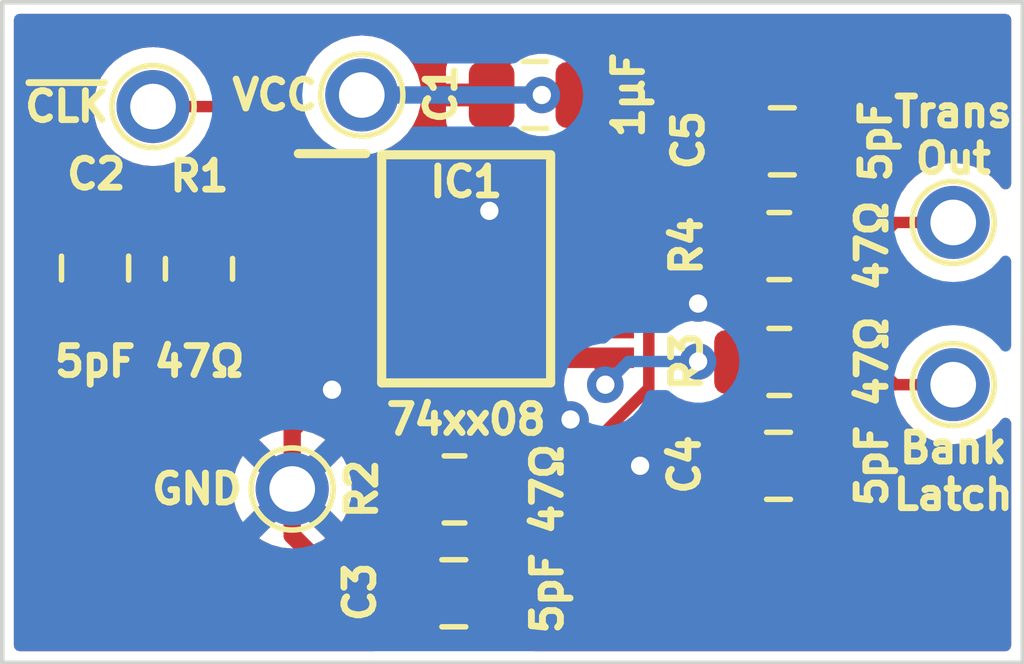
<source format=kicad_pcb>
(kicad_pcb (version 20221018) (generator pcbnew)
  (layers (0 "F.Cu" signal) (31 "B.Cu" signal) (36 "B.SilkS" user "B.Silkscreen") (37 "F.SilkS" user "F.Silkscreen") (38 "B.Mask" user) (39 "F.Mask" user) (44 "Edge.Cuts" user))
  (net 0 "")
  (net 1 "/~{PHI2}_{2}")
  (net 2 "/Bank Latch")
  (net 3 "/~{PHI2}_{3}")
  (net 4 "/~{PHI2}")
  (net 5 "/GND")
  (net 6 "/~{Trans Out}")
  (net 7 "Net-(IC1-1Y)")
  (net 8 "Net-(IC1-2Y)")
  (net 9 "Net-(IC1-3Y)")
  (net 10 "Net-(IC1-4Y)")
  (net 11 "/5V")
  (footprint "SamacSys_Parts:C_0805" (layer "F.Cu") (at 132.08 60.198 90)
    (fp_text reference "C3" (at 0.027 -2.075 270) (layer "F.SilkS") (effects (font (size 0.635 0.635))))
    (fp_text value "5pF" (at 0 2.032 90) (layer "F.SilkS") (effects (font (size 0.635 0.635))))
    (fp_line (start -0.735 0.245252) (end -0.735 -0.277252) (stroke (width 0.12)) (layer "F.SilkS"))
    (fp_line (start 0.735 0.245252) (end 0.735 -0.277252) (stroke (width 0.12)) (layer "F.SilkS"))
    (pad "1" smd roundrect (at 0 0.934 180) (size 1 1.45) (layers "F.Cu" "F.Paste" "F.Mask") (net 3 "/~{PHI2}_{3}"))
    (pad "2" smd roundrect (at 0 -0.966 180) (size 1 1.45) (layers "F.Cu" "F.Paste" "F.Mask") (net 5 "/GND"))
  )
  (footprint "SamacSys_Parts:Plated_Hole_D1.0mm" (layer "F.Cu") (at 128.524 57.912)
    (fp_text reference "J2" hide)
    (fp_text value "Conn_01x01_Pin" hide)
    (fp_circle (center 0 0) (end 0.9 0) (stroke (width 0.12)) (fill none) (layer "F.SilkS"))
    (pad "1" thru_hole circle (at 0 0) (size 1.6 1.6) (drill 1) (layers "*.Cu" "*.Mask") (net 5 "/GND"))
  )
  (footprint "SamacSys_Parts:C_0805" (layer "F.Cu") (at 139.274 50.292 90)
    (fp_text reference "C5" (at 0.027 -2.075 270) (layer "F.SilkS") (effects (font (size 0.635 0.635))))
    (fp_text value "5pF" (at 0 2.032 90) (layer "F.SilkS") (effects (font (size 0.635 0.635))))
    (fp_line (start -0.735 0.245252) (end -0.735 -0.277252) (stroke (width 0.12)) (layer "F.SilkS"))
    (fp_line (start 0.735 0.245252) (end 0.735 -0.277252) (stroke (width 0.12)) (layer "F.SilkS"))
    (pad "1" smd roundrect (at 0 0.934 180) (size 1 1.45) (layers "F.Cu" "F.Paste" "F.Mask") (net 6 "/~{Trans Out}"))
    (pad "2" smd roundrect (at 0 -0.966 180) (size 1 1.45) (layers "F.Cu" "F.Paste" "F.Mask") (net 5 "/GND"))
  )
  (footprint "SamacSys_Parts:Plated_Hole_D1.0mm" (layer "F.Cu") (at 143.002 52.07)
    (fp_text reference "J5" hide)
    (fp_text value "Conn_01x01_Pin" hide)
    (fp_circle (center 0 0) (end 0.9 0) (stroke (width 0.12)) (fill none) (layer "F.SilkS"))
    (pad "1" thru_hole circle (at 0 0) (size 1.6 1.6) (drill 1) (layers "*.Cu" "*.Mask") (net 6 "/~{Trans Out}"))
  )
  (footprint "SamacSys_Parts:R_0805" (layer "F.Cu") (at 139.192 55.118 90)
    (fp_text reference "R3" (at 0 -2.032 270) (layer "F.SilkS") (effects (font (size 0.635 0.635))))
    (fp_text value "47Ω" (at 0 2.032 90) (layer "F.SilkS") (effects (font (size 0.635 0.635))))
    (fp_line (start -0.745 0.227064) (end -0.745 -0.227064) (stroke (width 0.12)) (layer "F.SilkS"))
    (fp_line (start 0.725 0.227064) (end 0.725 -0.227064) (stroke (width 0.12)) (layer "F.SilkS"))
    (pad "1" smd roundrect (at -0.01 0.9125 180) (size 1.025 1.4) (layers "F.Cu" "F.Paste" "F.Mask") (roundrect_rratio 0.243902439) (net 2 "/Bank Latch"))
    (pad "2" smd roundrect (at -0.01 -0.9125 180) (size 1.025 1.4) (layers "F.Cu" "F.Paste" "F.Mask") (roundrect_rratio 0.243902439) (net 9 "Net-(IC1-3Y)"))
  )
  (footprint "SamacSys_Parts:R_0805" (layer "F.Cu") (at 139.192 52.578 90)
    (fp_text reference "R4" (at 0 -2.032 270) (layer "F.SilkS") (effects (font (size 0.635 0.635))))
    (fp_text value "47Ω" (at 0 2.032 90) (layer "F.SilkS") (effects (font (size 0.635 0.635))))
    (fp_line (start -0.745 0.227064) (end -0.745 -0.227064) (stroke (width 0.12)) (layer "F.SilkS"))
    (fp_line (start 0.725 0.227064) (end 0.725 -0.227064) (stroke (width 0.12)) (layer "F.SilkS"))
    (pad "1" smd roundrect (at -0.01 0.9125 180) (size 1.025 1.4) (layers "F.Cu" "F.Paste" "F.Mask") (roundrect_rratio 0.243902439) (net 6 "/~{Trans Out}"))
    (pad "2" smd roundrect (at -0.01 -0.9125 180) (size 1.025 1.4) (layers "F.Cu" "F.Paste" "F.Mask") (roundrect_rratio 0.243902439) (net 10 "Net-(IC1-4Y)"))
  )
  (footprint "SamacSys_Parts:SOP65P640X110-14N" (layer "F.Cu") (at 132.334 53.086)
    (fp_text reference "IC1" (at 0 -1.905) (layer "F.SilkS") (effects (font (size 0.635 0.635))))
    (fp_text value "SN74AHCT08PWRG4" hide)
    (fp_text user "74xx08" (at 0 3.302) (layer "F.SilkS") (effects (font (size 0.635 0.635))))
    (fp_line (start -3.675 -2.525) (end -2.2 -2.525) (stroke (width 0.2)) (layer "F.SilkS"))
    (fp_line (start -1.85 -2.5) (end 1.85 -2.5) (stroke (width 0.2)) (layer "F.SilkS"))
    (fp_line (start -1.85 2.5) (end -1.85 -2.5) (stroke (width 0.2)) (layer "F.SilkS"))
    (fp_line (start 1.85 -2.5) (end 1.85 2.5) (stroke (width 0.2)) (layer "F.SilkS"))
    (fp_line (start 1.85 2.5) (end -1.85 2.5) (stroke (width 0.2)) (layer "F.SilkS"))
    (pad "1" smd rect (at -2.938 -1.95 90) (size 0.45 1.475) (layers "F.Cu" "F.Paste" "F.Mask") (net 4 "/~{PHI2}"))
    (pad "2" smd rect (at -2.938 -1.3 90) (size 0.45 1.475) (layers "F.Cu" "F.Paste" "F.Mask") (net 4 "/~{PHI2}"))
    (pad "3" smd rect (at -2.938 -0.65 90) (size 0.45 1.475) (layers "F.Cu" "F.Paste" "F.Mask") (net 7 "Net-(IC1-1Y)"))
    (pad "4" smd rect (at -2.938 0 90) (size 0.45 1.475) (layers "F.Cu" "F.Paste" "F.Mask") (net 1 "/~{PHI2}_{2}"))
    (pad "5" smd rect (at -2.938 0.65 90) (size 0.45 1.475) (layers "F.Cu" "F.Paste" "F.Mask") (net 1 "/~{PHI2}_{2}"))
    (pad "6" smd rect (at -2.938 1.3 90) (size 0.45 1.475) (layers "F.Cu" "F.Paste" "F.Mask") (net 8 "Net-(IC1-2Y)"))
    (pad "7" smd rect (at -2.938 1.95 90) (size 0.45 1.475) (layers "F.Cu" "F.Paste" "F.Mask") (net 5 "/GND"))
    (pad "8" smd rect (at 2.938 1.95 90) (size 0.45 1.475) (layers "F.Cu" "F.Paste" "F.Mask") (net 9 "Net-(IC1-3Y)"))
    (pad "9" smd rect (at 2.938 1.3 90) (size 0.45 1.475) (layers "F.Cu" "F.Paste" "F.Mask") (net 4 "/~{PHI2}"))
    (pad "10" smd rect (at 2.938 0.65 90) (size 0.45 1.475) (layers "F.Cu" "F.Paste" "F.Mask") (net 3 "/~{PHI2}_{3}"))
    (pad "11" smd rect (at 2.938 0 90) (size 0.45 1.475) (layers "F.Cu" "F.Paste" "F.Mask") (net 10 "Net-(IC1-4Y)"))
    (pad "12" smd rect (at 2.938 -0.65 90) (size 0.45 1.475) (layers "F.Cu" "F.Paste" "F.Mask") (net 3 "/~{PHI2}_{3}"))
    (pad "13" smd rect (at 2.938 -1.3 90) (size 0.45 1.475) (layers "F.Cu" "F.Paste" "F.Mask") (net 3 "/~{PHI2}_{3}"))
    (pad "14" smd rect (at 2.938 -1.95 90) (size 0.45 1.475) (layers "F.Cu" "F.Paste" "F.Mask") (net 11 "/5V"))
  )
  (footprint "SamacSys_Parts:Plated_Hole_D1.0mm" (layer "F.Cu") (at 125.476 49.53)
    (fp_text reference "J3" hide)
    (fp_text value "Conn_01x01_Pin" hide)
    (fp_circle (center 0 0) (end 0.9 0) (stroke (width 0.12)) (fill none) (layer "F.SilkS"))
    (pad "1" thru_hole circle (at 0 0) (size 1.6 1.6) (drill 1) (layers "*.Cu" "*.Mask") (net 4 "/~{PHI2}"))
  )
  (footprint "SamacSys_Parts:Plated_Hole_D1.0mm" (layer "F.Cu") (at 130.048 49.276)
    (fp_text reference "J1" hide)
    (fp_text value "Conn_01x01_Pin" hide)
    (fp_circle (center 0 0) (end 0.9 0) (stroke (width 0.12)) (fill none) (layer "F.SilkS"))
    (pad "1" thru_hole circle (at 0 0) (size 1.6 1.6) (drill 1) (layers "*.Cu" "*.Mask") (net 11 "/5V"))
  )
  (footprint "SamacSys_Parts:R_0805" (layer "F.Cu") (at 132.08 57.912 90)
    (fp_text reference "R2" (at 0 -2.032 270) (layer "F.SilkS") (effects (font (size 0.635 0.635))))
    (fp_text value "47Ω" (at 0 2.032 90) (layer "F.SilkS") (effects (font (size 0.635 0.635))))
    (fp_line (start -0.745 0.227064) (end -0.745 -0.227064) (stroke (width 0.12)) (layer "F.SilkS"))
    (fp_line (start 0.725 0.227064) (end 0.725 -0.227064) (stroke (width 0.12)) (layer "F.SilkS"))
    (pad "1" smd roundrect (at -0.01 0.9125 180) (size 1.025 1.4) (layers "F.Cu" "F.Paste" "F.Mask") (roundrect_rratio 0.243902439) (net 3 "/~{PHI2}_{3}"))
    (pad "2" smd roundrect (at -0.01 -0.9125 180) (size 1.025 1.4) (layers "F.Cu" "F.Paste" "F.Mask") (roundrect_rratio 0.243902439) (net 8 "Net-(IC1-2Y)"))
  )
  (footprint "SamacSys_Parts:C_0805" (layer "F.Cu") (at 139.192 57.404 90)
    (fp_text reference "C4" (at 0.027 -2.075 270) (layer "F.SilkS") (effects (font (size 0.635 0.635))))
    (fp_text value "5pF" (at 0 2.032 90) (layer "F.SilkS") (effects (font (size 0.635 0.635))))
    (fp_line (start -0.735 0.245252) (end -0.735 -0.277252) (stroke (width 0.12)) (layer "F.SilkS"))
    (fp_line (start 0.735 0.245252) (end 0.735 -0.277252) (stroke (width 0.12)) (layer "F.SilkS"))
    (pad "1" smd roundrect (at 0 0.934 180) (size 1 1.45) (layers "F.Cu" "F.Paste" "F.Mask") (net 2 "/Bank Latch"))
    (pad "2" smd roundrect (at 0 -0.966 180) (size 1 1.45) (layers "F.Cu" "F.Paste" "F.Mask") (net 5 "/GND"))
  )
  (footprint "SamacSys_Parts:R_0805" (layer "F.Cu") (at 126.492 53.086)
    (fp_text reference "R1" (at 0 -2.032 180) (layer "F.SilkS") (effects (font (size 0.635 0.635))))
    (fp_text value "47Ω" (at 0 2.032) (layer "F.SilkS") (effects (font (size 0.635 0.635))))
    (fp_line (start -0.745 0.227064) (end -0.745 -0.227064) (stroke (width 0.12)) (layer "F.SilkS"))
    (fp_line (start 0.725 0.227064) (end 0.725 -0.227064) (stroke (width 0.12)) (layer "F.SilkS"))
    (pad "1" smd roundrect (at -0.01 0.9125 90) (size 1.025 1.4) (layers "F.Cu" "F.Paste" "F.Mask") (roundrect_rratio 0.243902439) (net 1 "/~{PHI2}_{2}"))
    (pad "2" smd roundrect (at -0.01 -0.9125 90) (size 1.025 1.4) (layers "F.Cu" "F.Paste" "F.Mask") (roundrect_rratio 0.243902439) (net 7 "Net-(IC1-1Y)"))
  )
  (footprint "SamacSys_Parts:C_0805" (layer "F.Cu") (at 124.206 53.086)
    (fp_text reference "C2" (at 0.027 -2.075 180) (layer "F.SilkS") (effects (font (size 0.635 0.635))))
    (fp_text value "5pF" (at 0 2.032) (layer "F.SilkS") (effects (font (size 0.635 0.635))))
    (fp_line (start -0.735 0.245252) (end -0.735 -0.277252) (stroke (width 0.12)) (layer "F.SilkS"))
    (fp_line (start 0.735 0.245252) (end 0.735 -0.277252) (stroke (width 0.12)) (layer "F.SilkS"))
    (pad "1" smd roundrect (at 0 0.934 90) (size 1 1.45) (layers "F.Cu" "F.Paste" "F.Mask") (net 1 "/~{PHI2}_{2}"))
    (pad "2" smd roundrect (at 0 -0.966 90) (size 1 1.45) (layers "F.Cu" "F.Paste" "F.Mask") (net 5 "/GND"))
  )
  (footprint "SamacSys_Parts:C_0805" (layer "F.Cu") (at 133.858 49.276 90)
    (fp_text reference "C1" (at 0.027 -2.075 270) (layer "F.SilkS") (effects (font (size 0.635 0.635))))
    (fp_text value "1μF" (at 0 2.032 90) (layer "F.SilkS") (effects (font (size 0.635 0.635))))
    (fp_line (start -0.735 0.245252) (end -0.735 -0.277252) (stroke (width 0.12)) (layer "F.SilkS"))
    (fp_line (start 0.735 0.245252) (end 0.735 -0.277252) (stroke (width 0.12)) (layer "F.SilkS"))
    (pad "1" smd roundrect (at 0 0.934 180) (size 1 1.45) (layers "F.Cu" "F.Paste" "F.Mask") (net 11 "/5V"))
    (pad "2" smd roundrect (at 0 -0.966 180) (size 1 1.45) (layers "F.Cu" "F.Paste" "F.Mask") (net 5 "/GND"))
  )
  (footprint "SamacSys_Parts:Plated_Hole_D1.0mm" (layer "F.Cu") (at 143.002 55.626)
    (fp_text reference "J4" hide)
    (fp_text value "Conn_01x01_Pin" hide)
    (fp_circle (center 0 0) (end 0.9 0) (stroke (width 0.12)) (fill none) (layer "F.SilkS"))
    (pad "1" thru_hole circle (at 0 0) (size 1.6 1.6) (drill 1) (layers "*.Cu" "*.Mask") (net 2 "/Bank Latch"))
  )
  (gr_rect (start 122.174 47.244) (end 144.526 61.722) (stroke (width 0.1)) (fill none) (layer "Edge.Cuts"))
  (gr_text "VCC" (at 129.148 49.276) (layer "F.SilkS") (effects (font (size 0.635 0.635)) (justify right)))
  (gr_text "Bank\nLatch" (at 143.002 56.642) (layer "F.SilkS") (effects (font (size 0.635 0.635)) (justify top)))
  (gr_text "GND" (at 127.508 57.912) (layer "F.SilkS") (effects (font (size 0.635 0.635)) (justify right)))
  (gr_text "~{CLK}" (at 124.576 49.53) (layer "F.SilkS") (effects (font (size 0.635 0.635)) (justify right)))
  (gr_text "Trans\nOut" (at 143.002 49.276) (layer "F.SilkS") (effects (font (size 0.635 0.635)) (justify top)))
  (segment (start 129.396 53.736) (end 129.396 53.086) (width 0.25) (layer "F.Cu") (net 1))
  (segment (start 126.482 53.9985) (end 124.2275 53.9985) (width 0.25) (layer "F.Cu") (net 1))
  (segment (start 126.7445 53.736) (end 129.396 53.736) (width 0.25) (layer "F.Cu") (net 1))
  (segment (start 140.1045 55.128) (end 140.1045 57.3825) (width 0.25) (layer "F.Cu") (net 2))
  (segment (start 140.1045 55.128) (end 141.234 55.128) (width 0.25) (layer "F.Cu") (net 2))
  (segment (start 141.234 55.128) (end 141.732 55.626) (width 0.25) (layer "F.Cu") (net 2))
  (segment (start 141.732 55.626) (end 143.002 55.626) (width 0.25) (layer "F.Cu") (net 2))
  (segment (start 136.2595 53.736) (end 136.3345 53.811) (width 0.25) (layer "F.Cu") (net 3))
  (segment (start 134.2095 52.6925) (end 134.466 52.436) (width 0.25) (layer "F.Cu") (net 3))
  (segment (start 135.272 53.736) (end 136.2595 53.736) (width 0.25) (layer "F.Cu") (net 3))
  (segment (start 135.272 51.786) (end 135.272 52.436) (width 0.25) (layer "F.Cu") (net 3))
  (segment (start 134.111305 57.922) (end 132.9925 57.922) (width 0.25) (layer "F.Cu") (net 3))
  (segment (start 133.014 60.198) (end 133.014 57.9435) (width 0.25) (layer "F.Cu") (net 3))
  (segment (start 136.3345 53.811) (end 136.3345 55.698805) (width 0.25) (layer "F.Cu") (net 3))
  (segment (start 134.466 52.436) (end 135.272 52.436) (width 0.25) (layer "F.Cu") (net 3))
  (segment (start 135.17 53.636) (end 134.2095 53.636) (width 0.25) (layer "F.Cu") (net 3))
  (segment (start 134.2095 53.636) (end 134.2095 52.6925) (width 0.25) (layer "F.Cu") (net 3))
  (segment (start 136.3345 55.698805) (end 134.111305 57.922) (width 0.25) (layer "F.Cu") (net 3))
  (segment (start 129.396 51.136) (end 129.396 50.656) (width 0.25) (layer "F.Cu") (net 4))
  (segment (start 131.034 51.786) (end 133.634 54.386) (width 0.25) (layer "F.Cu") (net 4))
  (segment (start 129.396 51.136) (end 129.396 51.786) (width 0.25) (layer "F.Cu") (net 4))
  (segment (start 129.396 50.656) (end 128.27 49.53) (width 0.25) (layer "F.Cu") (net 4))
  (segment (start 129.396 51.786) (end 131.034 51.786) (width 0.25) (layer "F.Cu") (net 4))
  (segment (start 128.27 49.53) (end 125.476 49.53) (width 0.25) (layer "F.Cu") (net 4))
  (segment (start 133.634 54.386) (end 135.272 54.386) (width 0.25) (layer "F.Cu") (net 4))
  (segment (start 138.308 50.932) (end 138.308 50.292) (width 0.38) (layer "F.Cu") (net 5))
  (segment (start 129.794 60.198) (end 131.114 60.198) (width 0.38) (layer "F.Cu") (net 5))
  (segment (start 129.396 55.036) (end 123.362 55.036) (width 0.38) (layer "F.Cu") (net 5))
  (segment (start 122.936 52.578) (end 123.394 52.12) (width 0.38) (layer "F.Cu") (net 5))
  (segment (start 122.936 54.61) (end 122.936 52.578) (width 0.38) (layer "F.Cu") (net 5))
  (segment (start 128.524 56.60801) (end 128.524 57.912) (width 0.38) (layer "F.Cu") (net 5))
  (segment (start 133.664271 47.978) (end 135.994 47.978) (width 0.38) (layer "F.Cu") (net 5))
  (segment (start 138.637097 53.848) (end 139.192 54.402903) (width 0.38) (layer "F.Cu") (net 5))
  (segment (start 138.637097 53.848) (end 139.192 53.293097) (width 0.38) (layer "F.Cu") (net 5))
  (segment (start 132.892 51.766) (end 132.842 51.816) (width 0.38) (layer "F.Cu") (net 5))
  (segment (start 137.414 53.848) (end 138.637097 53.848) (width 0.38) (layer "F.Cu") (net 5))
  (segment (start 139.192 56.438) (end 139.192 54.864) (width 0.38) (layer "F.Cu") (net 5))
  (segment (start 129.396 55.036) (end 129.396 55.736) (width 0.38) (layer "F.Cu") (net 5))
  (segment (start 132.892 48.750271) (end 133.664271 47.978) (width 0.38) (layer "F.Cu") (net 5))
  (segment (start 138.226 57.404) (end 136.144 57.404) (width 0.38) (layer "F.Cu") (net 5))
  (segment (start 123.362 55.036) (end 122.936 54.61) (width 0.38) (layer "F.Cu") (net 5))
  (segment (start 139.192 51.816) (end 138.308 50.932) (width 0.38) (layer "F.Cu") (net 5))
  (segment (start 129.396 55.736) (end 129.396005 55.736005) (width 0.38) (layer "F.Cu") (net 5))
  (segment (start 129.396005 55.736005) (end 128.524 56.60801) (width 0.38) (layer "F.Cu") (net 5))
  (segment (start 123.394 52.12) (end 124.206 52.12) (width 0.38) (layer "F.Cu") (net 5))
  (segment (start 139.192 54.402903) (end 139.192 54.864) (width 0.38) (layer "F.Cu") (net 5))
  (segment (start 128.524 57.912) (end 128.524 58.928) (width 0.38) (layer "F.Cu") (net 5))
  (segment (start 139.192 53.086) (end 139.192 51.816) (width 0.38) (layer "F.Cu") (net 5))
  (segment (start 135.994 47.978) (end 138.308 50.292) (width 0.38) (layer "F.Cu") (net 5))
  (segment (start 132.892 49.276) (end 132.892 51.766) (width 0.38) (layer "F.Cu") (net 5))
  (segment (start 128.524 58.928) (end 129.794 60.198) (width 0.38) (layer "F.Cu") (net 5))
  (segment (start 139.192 53.293097) (end 139.192 53.086) (width 0.38) (layer "F.Cu") (net 5))
  (segment (start 138.226 57.404) (end 139.192 56.438) (width 0.38) (layer "F.Cu") (net 5))
  (via (at 137.414 53.848) (size 0.8) (drill 0.4) (layers "F.Cu" "B.Cu") (net 5))
  (via (at 134.62 56.388) (size 0.8) (drill 0.4) (layers "F.Cu" "B.Cu") (net 5))
  (via (at 136.144 57.404) (size 0.8) (drill 0.4) (layers "F.Cu" "B.Cu") (net 5))
  (via (at 132.842 51.816) (size 0.8) (drill 0.4) (layers "F.Cu" "B.Cu") (net 5))
  (via (at 129.396005 55.736005) (size 0.8) (drill 0.4) (layers "F.Cu" "B.Cu") (net 5))
  (segment (start 132.842 51.816) (end 129.396005 55.261995) (width 0.38) (layer "B.Cu") (net 5))
  (segment (start 129.396005 55.736005) (end 133.968005 55.736005) (width 0.38) (layer "B.Cu") (net 5))
  (segment (start 136.144 57.404) (end 135.636 57.404) (width 0.38) (layer "B.Cu") (net 5))
  (segment (start 129.396005 55.261995) (end 129.396005 55.736005) (width 0.38) (layer "B.Cu") (net 5))
  (segment (start 135.636 57.404) (end 134.62 56.388) (width 0.38) (layer "B.Cu") (net 5))
  (segment (start 133.968005 55.736005) (end 134.62 56.388) (width 0.38) (layer "B.Cu") (net 5))
  (segment (start 141.732 52.07) (end 143.002 52.07) (width 0.25) (layer "F.Cu") (net 6))
  (segment (start 141.224 52.578) (end 141.732 52.07) (width 0.25) (layer "F.Cu") (net 6))
  (segment (start 140.208 50.292) (end 140.208 52.4845) (width 0.25) (layer "F.Cu") (net 6))
  (segment (start 140.1145 52.578) (end 141.224 52.578) (width 0.25) (layer "F.Cu") (net 6))
  (segment (start 129.396 52.436) (end 126.7445 52.436) (width 0.25) (layer "F.Cu") (net 7))
  (segment (start 131.1675 55.17) (end 131.1675 57.922) (width 0.25) (layer "F.Cu") (net 8))
  (segment (start 129.396 54.386) (end 130.3835 54.386) (width 0.25) (layer "F.Cu") (net 8))
  (segment (start 130.3835 54.386) (end 131.1675 55.17) (width 0.25) (layer "F.Cu") (net 8))
  (segment (start 135.272 55.516) (end 135.382 55.626) (width 0.25) (layer "F.Cu") (net 9))
  (segment (start 138.2795 55.128) (end 137.424 55.128) (width 0.25) (layer "F.Cu") (net 9))
  (segment (start 135.272 55.036) (end 135.272 55.516) (width 0.25) (layer "F.Cu") (net 9))
  (segment (start 137.424 55.128) (end 137.414 55.118) (width 0.25) (layer "F.Cu") (net 9))
  (via (at 135.382 55.626) (size 0.8) (drill 0.4) (layers "F.Cu" "B.Cu") (net 9))
  (via (at 137.414 55.118) (size 0.8) (drill 0.4) (layers "F.Cu" "B.Cu") (net 9))
  (segment (start 135.89 55.118) (end 135.382 55.626) (width 0.25) (layer "B.Cu") (net 9))
  (segment (start 137.414 55.118) (end 135.89 55.118) (width 0.25) (layer "B.Cu") (net 9))
  (segment (start 137.414 52.578) (end 138.2695 52.578) (width 0.25) (layer "F.Cu") (net 10))
  (segment (start 136.906 53.086) (end 137.414 52.578) (width 0.25) (layer "F.Cu") (net 10))
  (segment (start 135.272 53.086) (end 136.906 53.086) (width 0.25) (layer "F.Cu") (net 10))
  (segment (start 135.272 50.182) (end 135.272 51.136) (width 0.38) (layer "F.Cu") (net 11))
  (segment (start 134.792 49.702) (end 135.272 50.182) (width 0.38) (layer "F.Cu") (net 11))
  (segment (start 133.991508 49.276) (end 133.9915 49.276008) (width 0.38) (layer "F.Cu") (net 11))
  (segment (start 134.792 49.276) (end 133.991508 49.276) (width 0.38) (layer "F.Cu") (net 11))
  (via (at 133.9915 49.276008) (size 0.8) (drill 0.4) (layers "F.Cu" "B.Cu") (net 11))
  (segment (start 133.991492 49.276) (end 133.9915 49.276008) (width 0.38) (layer "B.Cu") (net 11))
  (segment (start 130.048 49.276) (end 133.991492 49.276) (width 0.38) (layer "B.Cu") (net 11))
  (zone (net 5) (net_name "/GND") (layers "F&B.Cu") (connect_pads (clearance 0.5)) (min_thickness 0.25) (fill yes (thermal_gap 0.5) (thermal_bridge_width 0.5))
    (polygon (pts (xy 122.428 47.498) (xy 144.272 47.498) (xy 144.272 61.468) (xy 122.428 61.468)))
  )
)
</source>
